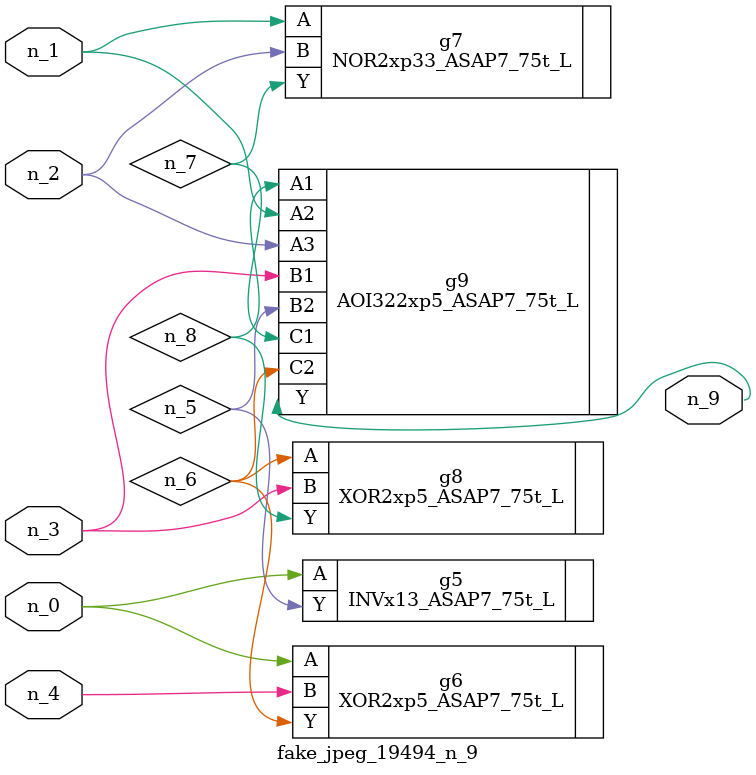
<source format=v>
module fake_jpeg_19494_n_9 (n_3, n_2, n_1, n_0, n_4, n_9);

input n_3;
input n_2;
input n_1;
input n_0;
input n_4;

output n_9;

wire n_8;
wire n_6;
wire n_5;
wire n_7;

INVx13_ASAP7_75t_L g5 ( 
.A(n_0),
.Y(n_5)
);

XOR2xp5_ASAP7_75t_L g6 ( 
.A(n_0),
.B(n_4),
.Y(n_6)
);

NOR2xp33_ASAP7_75t_L g7 ( 
.A(n_1),
.B(n_2),
.Y(n_7)
);

XOR2xp5_ASAP7_75t_L g8 ( 
.A(n_6),
.B(n_3),
.Y(n_8)
);

AOI322xp5_ASAP7_75t_L g9 ( 
.A1(n_8),
.A2(n_1),
.A3(n_2),
.B1(n_3),
.B2(n_5),
.C1(n_7),
.C2(n_6),
.Y(n_9)
);


endmodule
</source>
